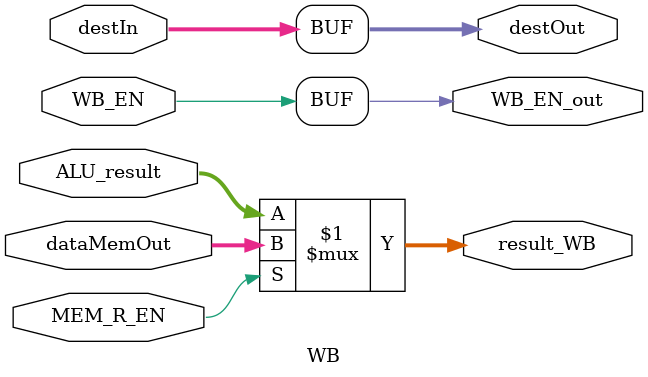
<source format=v>
module WB(
			input WB_EN,MEM_R_EN,
			input [4:0] destIn,
			input [31:0] dataMemOut,ALU_result,
			
			output WB_EN_out,
			output [4:0] destOut,
			output [31:0] result_WB	
		);
		
	assign result_WB = MEM_R_EN ? dataMemOut : ALU_result;
	assign destOut = destIn;
	assign WB_EN_out = WB_EN;
	
endmodule
</source>
